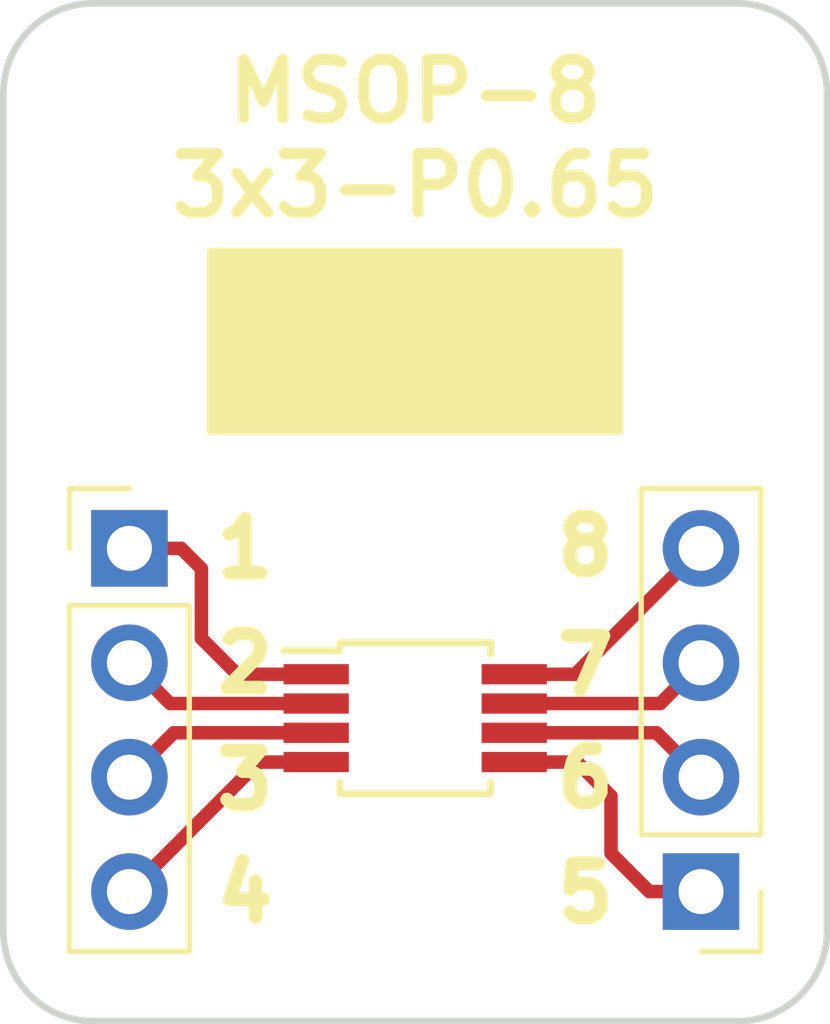
<source format=kicad_pcb>
(kicad_pcb (version 20171130) (host pcbnew 5.0.1-33cea8e~68~ubuntu18.10.1)

  (general
    (thickness 1.6)
    (drawings 18)
    (tracks 24)
    (zones 0)
    (modules 3)
    (nets 9)
  )

  (page A4)
  (title_block
    (title BRK-MSOP-8-3x3-P0.65)
    (rev v1.0)
    (company https://gekkio.fi)
  )

  (layers
    (0 F.Cu signal)
    (31 B.Cu signal)
    (32 B.Adhes user)
    (33 F.Adhes user)
    (34 B.Paste user)
    (35 F.Paste user)
    (36 B.SilkS user)
    (37 F.SilkS user)
    (38 B.Mask user)
    (39 F.Mask user)
    (40 Dwgs.User user)
    (41 Cmts.User user)
    (42 Eco1.User user)
    (43 Eco2.User user)
    (44 Edge.Cuts user)
    (45 Margin user)
    (46 B.CrtYd user)
    (47 F.CrtYd user)
    (48 B.Fab user)
    (49 F.Fab user)
  )

  (setup
    (last_trace_width 0.3)
    (trace_clearance 0.2)
    (zone_clearance 0.508)
    (zone_45_only no)
    (trace_min 0.2)
    (segment_width 0.2)
    (edge_width 0.15)
    (via_size 0.8)
    (via_drill 0.4)
    (via_min_size 0.4)
    (via_min_drill 0.3)
    (uvia_size 0.3)
    (uvia_drill 0.1)
    (uvias_allowed no)
    (uvia_min_size 0.2)
    (uvia_min_drill 0.1)
    (pcb_text_width 0.3)
    (pcb_text_size 1.5 1.5)
    (mod_edge_width 0.15)
    (mod_text_size 1 1)
    (mod_text_width 0.15)
    (pad_size 1.524 1.524)
    (pad_drill 0.762)
    (pad_to_mask_clearance 0)
    (solder_mask_min_width 0.2)
    (aux_axis_origin 0 0)
    (visible_elements FFFFFF7F)
    (pcbplotparams
      (layerselection 0x010fc_ffffffff)
      (usegerberextensions false)
      (usegerberattributes false)
      (usegerberadvancedattributes false)
      (creategerberjobfile true)
      (excludeedgelayer false)
      (linewidth 0.100000)
      (plotframeref false)
      (viasonmask false)
      (mode 1)
      (useauxorigin false)
      (hpglpennumber 1)
      (hpglpenspeed 20)
      (hpglpendiameter 15.000000)
      (psnegative false)
      (psa4output false)
      (plotreference true)
      (plotvalue true)
      (plotinvisibletext false)
      (padsonsilk false)
      (subtractmaskfromsilk false)
      (outputformat 1)
      (mirror false)
      (drillshape 0)
      (scaleselection 1)
      (outputdirectory "gerber/"))
  )

  (net 0 "")
  (net 1 "Net-(J1-Pad1)")
  (net 2 "Net-(J1-Pad2)")
  (net 3 "Net-(J1-Pad3)")
  (net 4 "Net-(J2-Pad1)")
  (net 5 "Net-(J2-Pad2)")
  (net 6 "Net-(J2-Pad3)")
  (net 7 "Net-(J1-Pad4)")
  (net 8 "Net-(J2-Pad4)")

  (net_class Default "This is the default net class."
    (clearance 0.2)
    (trace_width 0.3)
    (via_dia 0.8)
    (via_drill 0.4)
    (uvia_dia 0.3)
    (uvia_drill 0.1)
    (add_net "Net-(J1-Pad1)")
    (add_net "Net-(J1-Pad2)")
    (add_net "Net-(J1-Pad3)")
    (add_net "Net-(J1-Pad4)")
    (add_net "Net-(J2-Pad1)")
    (add_net "Net-(J2-Pad2)")
    (add_net "Net-(J2-Pad3)")
    (add_net "Net-(J2-Pad4)")
  )

  (module Package_SO:MSOP-8_3x3mm_P0.65mm (layer F.Cu) (tedit 5C02E98C) (tstamp 5C03C8AA)
    (at 59.15 63.87)
    (descr "8-Lead Plastic Micro Small Outline Package (MS) [MSOP] (see Microchip Packaging Specification 00000049BS.pdf)")
    (tags "SSOP 0.65")
    (path /5BD4B043)
    (attr smd)
    (fp_text reference U1 (at 0 -2.6) (layer F.SilkS) hide
      (effects (font (size 1 1) (thickness 0.15)))
    )
    (fp_text value MSOP-8-3x3-P0.65 (at 0 2.6) (layer F.Fab) hide
      (effects (font (size 1 1) (thickness 0.15)))
    )
    (fp_line (start -0.5 -1.5) (end 1.5 -1.5) (layer F.Fab) (width 0.15))
    (fp_line (start 1.5 -1.5) (end 1.5 1.5) (layer F.Fab) (width 0.15))
    (fp_line (start 1.5 1.5) (end -1.5 1.5) (layer F.Fab) (width 0.15))
    (fp_line (start -1.5 1.5) (end -1.5 -0.5) (layer F.Fab) (width 0.15))
    (fp_line (start -1.5 -0.5) (end -0.5 -1.5) (layer F.Fab) (width 0.15))
    (fp_line (start -3.2 -1.85) (end -3.2 1.85) (layer F.CrtYd) (width 0.05))
    (fp_line (start 3.2 -1.85) (end 3.2 1.85) (layer F.CrtYd) (width 0.05))
    (fp_line (start -3.2 -1.85) (end 3.2 -1.85) (layer F.CrtYd) (width 0.05))
    (fp_line (start -3.2 1.85) (end 3.2 1.85) (layer F.CrtYd) (width 0.05))
    (fp_line (start -1.675 -1.675) (end -1.675 -1.5) (layer F.SilkS) (width 0.15))
    (fp_line (start 1.675 -1.675) (end 1.675 -1.425) (layer F.SilkS) (width 0.15))
    (fp_line (start 1.675 1.675) (end 1.675 1.425) (layer F.SilkS) (width 0.15))
    (fp_line (start -1.675 1.675) (end -1.675 1.425) (layer F.SilkS) (width 0.15))
    (fp_line (start -1.675 -1.675) (end 1.675 -1.675) (layer F.SilkS) (width 0.15))
    (fp_line (start -1.675 1.675) (end 1.675 1.675) (layer F.SilkS) (width 0.15))
    (fp_line (start -1.675 -1.5) (end -2.925 -1.5) (layer F.SilkS) (width 0.15))
    (fp_text user %R (at 0 0) (layer F.Fab)
      (effects (font (size 0.6 0.6) (thickness 0.15)))
    )
    (pad 1 smd rect (at -2.2 -0.975) (size 1.45 0.45) (layers F.Cu F.Paste F.Mask)
      (net 1 "Net-(J1-Pad1)"))
    (pad 2 smd rect (at -2.2 -0.325) (size 1.45 0.45) (layers F.Cu F.Paste F.Mask)
      (net 2 "Net-(J1-Pad2)"))
    (pad 3 smd rect (at -2.2 0.325) (size 1.45 0.45) (layers F.Cu F.Paste F.Mask)
      (net 3 "Net-(J1-Pad3)"))
    (pad 4 smd rect (at -2.2 0.975) (size 1.45 0.45) (layers F.Cu F.Paste F.Mask)
      (net 7 "Net-(J1-Pad4)"))
    (pad 5 smd rect (at 2.2 0.975) (size 1.45 0.45) (layers F.Cu F.Paste F.Mask)
      (net 4 "Net-(J2-Pad1)"))
    (pad 6 smd rect (at 2.2 0.325) (size 1.45 0.45) (layers F.Cu F.Paste F.Mask)
      (net 5 "Net-(J2-Pad2)"))
    (pad 7 smd rect (at 2.2 -0.325) (size 1.45 0.45) (layers F.Cu F.Paste F.Mask)
      (net 6 "Net-(J2-Pad3)"))
    (pad 8 smd rect (at 2.2 -0.975) (size 1.45 0.45) (layers F.Cu F.Paste F.Mask)
      (net 8 "Net-(J2-Pad4)"))
    (model ${KISYS3DMOD}/Package_SO.3dshapes/MSOP-8_3x3mm_P0.65mm.wrl
      (at (xyz 0 0 0))
      (scale (xyz 1 1 1))
      (rotate (xyz 0 0 0))
    )
  )

  (module Connector_PinHeader_2.54mm:PinHeader_1x04_P2.54mm_Vertical (layer F.Cu) (tedit 5C02E3A7) (tstamp 5C0583C3)
    (at 65.5 67.72 180)
    (descr "Through hole straight pin header, 1x04, 2.54mm pitch, single row")
    (tags "Through hole pin header THT 1x04 2.54mm single row")
    (path /5BD4B172)
    (fp_text reference J2 (at 0 -2.33 180) (layer F.SilkS) hide
      (effects (font (size 1 1) (thickness 0.15)))
    )
    (fp_text value Conn_01x04 (at 0 9.95 180) (layer F.Fab) hide
      (effects (font (size 1 1) (thickness 0.15)))
    )
    (fp_text user %R (at 0 3.81 270) (layer F.Fab)
      (effects (font (size 1 1) (thickness 0.15)))
    )
    (fp_line (start 1.8 -1.8) (end -1.8 -1.8) (layer F.CrtYd) (width 0.05))
    (fp_line (start 1.8 9.4) (end 1.8 -1.8) (layer F.CrtYd) (width 0.05))
    (fp_line (start -1.8 9.4) (end 1.8 9.4) (layer F.CrtYd) (width 0.05))
    (fp_line (start -1.8 -1.8) (end -1.8 9.4) (layer F.CrtYd) (width 0.05))
    (fp_line (start -1.33 -1.33) (end 0 -1.33) (layer F.SilkS) (width 0.12))
    (fp_line (start -1.33 0) (end -1.33 -1.33) (layer F.SilkS) (width 0.12))
    (fp_line (start -1.33 1.27) (end 1.33 1.27) (layer F.SilkS) (width 0.12))
    (fp_line (start 1.33 1.27) (end 1.33 8.95) (layer F.SilkS) (width 0.12))
    (fp_line (start -1.33 1.27) (end -1.33 8.95) (layer F.SilkS) (width 0.12))
    (fp_line (start -1.33 8.95) (end 1.33 8.95) (layer F.SilkS) (width 0.12))
    (fp_line (start -1.27 -0.635) (end -0.635 -1.27) (layer F.Fab) (width 0.1))
    (fp_line (start -1.27 8.89) (end -1.27 -0.635) (layer F.Fab) (width 0.1))
    (fp_line (start 1.27 8.89) (end -1.27 8.89) (layer F.Fab) (width 0.1))
    (fp_line (start 1.27 -1.27) (end 1.27 8.89) (layer F.Fab) (width 0.1))
    (fp_line (start -0.635 -1.27) (end 1.27 -1.27) (layer F.Fab) (width 0.1))
    (pad 4 thru_hole oval (at 0 7.62 180) (size 1.7 1.7) (drill 1) (layers *.Cu *.Mask)
      (net 8 "Net-(J2-Pad4)"))
    (pad 3 thru_hole oval (at 0 5.08 180) (size 1.7 1.7) (drill 1) (layers *.Cu *.Mask)
      (net 6 "Net-(J2-Pad3)"))
    (pad 2 thru_hole oval (at 0 2.54 180) (size 1.7 1.7) (drill 1) (layers *.Cu *.Mask)
      (net 5 "Net-(J2-Pad2)"))
    (pad 1 thru_hole rect (at 0 0 180) (size 1.7 1.7) (drill 1) (layers *.Cu *.Mask)
      (net 4 "Net-(J2-Pad1)"))
    (model ${KISYS3DMOD}/Connector_PinHeader_2.54mm.3dshapes/PinHeader_1x04_P2.54mm_Vertical.wrl
      (at (xyz 0 0 0))
      (scale (xyz 1 1 1))
      (rotate (xyz 0 0 0))
    )
  )

  (module Connector_PinHeader_2.54mm:PinHeader_1x04_P2.54mm_Vertical (layer F.Cu) (tedit 5C02E3A5) (tstamp 5C0583AC)
    (at 52.8 60.1)
    (descr "Through hole straight pin header, 1x04, 2.54mm pitch, single row")
    (tags "Through hole pin header THT 1x04 2.54mm single row")
    (path /5BD4B0A3)
    (fp_text reference J1 (at 0 -2.33) (layer F.SilkS) hide
      (effects (font (size 1 1) (thickness 0.15)))
    )
    (fp_text value Conn_01x04 (at 0 9.95) (layer F.Fab) hide
      (effects (font (size 1 1) (thickness 0.15)))
    )
    (fp_line (start -0.635 -1.27) (end 1.27 -1.27) (layer F.Fab) (width 0.1))
    (fp_line (start 1.27 -1.27) (end 1.27 8.89) (layer F.Fab) (width 0.1))
    (fp_line (start 1.27 8.89) (end -1.27 8.89) (layer F.Fab) (width 0.1))
    (fp_line (start -1.27 8.89) (end -1.27 -0.635) (layer F.Fab) (width 0.1))
    (fp_line (start -1.27 -0.635) (end -0.635 -1.27) (layer F.Fab) (width 0.1))
    (fp_line (start -1.33 8.95) (end 1.33 8.95) (layer F.SilkS) (width 0.12))
    (fp_line (start -1.33 1.27) (end -1.33 8.95) (layer F.SilkS) (width 0.12))
    (fp_line (start 1.33 1.27) (end 1.33 8.95) (layer F.SilkS) (width 0.12))
    (fp_line (start -1.33 1.27) (end 1.33 1.27) (layer F.SilkS) (width 0.12))
    (fp_line (start -1.33 0) (end -1.33 -1.33) (layer F.SilkS) (width 0.12))
    (fp_line (start -1.33 -1.33) (end 0 -1.33) (layer F.SilkS) (width 0.12))
    (fp_line (start -1.8 -1.8) (end -1.8 9.4) (layer F.CrtYd) (width 0.05))
    (fp_line (start -1.8 9.4) (end 1.8 9.4) (layer F.CrtYd) (width 0.05))
    (fp_line (start 1.8 9.4) (end 1.8 -1.8) (layer F.CrtYd) (width 0.05))
    (fp_line (start 1.8 -1.8) (end -1.8 -1.8) (layer F.CrtYd) (width 0.05))
    (fp_text user %R (at 0 3.81 90) (layer F.Fab)
      (effects (font (size 1 1) (thickness 0.15)))
    )
    (pad 1 thru_hole rect (at 0 0) (size 1.7 1.7) (drill 1) (layers *.Cu *.Mask)
      (net 1 "Net-(J1-Pad1)"))
    (pad 2 thru_hole oval (at 0 2.54) (size 1.7 1.7) (drill 1) (layers *.Cu *.Mask)
      (net 2 "Net-(J1-Pad2)"))
    (pad 3 thru_hole oval (at 0 5.08) (size 1.7 1.7) (drill 1) (layers *.Cu *.Mask)
      (net 3 "Net-(J1-Pad3)"))
    (pad 4 thru_hole oval (at 0 7.62) (size 1.7 1.7) (drill 1) (layers *.Cu *.Mask)
      (net 7 "Net-(J1-Pad4)"))
    (model ${KISYS3DMOD}/Connector_PinHeader_2.54mm.3dshapes/PinHeader_1x04_P2.54mm_Vertical.wrl
      (at (xyz 0 0 0))
      (scale (xyz 1 1 1))
      (rotate (xyz 0 0 0))
    )
  )

  (gr_text 4 (at 54.6 67.75) (layer F.SilkS) (tstamp 5C0586B0)
    (effects (font (size 1.2 1.2) (thickness 0.3)) (justify left))
  )
  (gr_text 5 (at 63.7 67.75) (layer F.SilkS) (tstamp 5C0586AC)
    (effects (font (size 1.2 1.2) (thickness 0.3)) (justify right))
  )
  (gr_arc (start 52 68.6) (end 50 68.6) (angle -90) (layer Edge.Cuts) (width 0.15) (tstamp 5BF54D67))
  (gr_arc (start 66.3 68.6) (end 66.3 70.6) (angle -90) (layer Edge.Cuts) (width 0.15) (tstamp 5BF54D5C))
  (gr_arc (start 66.3 50) (end 68.3 50) (angle -90) (layer Edge.Cuts) (width 0.15) (tstamp 5BF54D52))
  (gr_arc (start 52 50) (end 52 48) (angle -90) (layer Edge.Cuts) (width 0.15))
  (gr_text 6 (at 63.7 65.2) (layer F.SilkS) (tstamp 5BD4A473)
    (effects (font (size 1.2 1.2) (thickness 0.3)) (justify right))
  )
  (gr_text 7 (at 63.7 62.7) (layer F.SilkS) (tstamp 5BD4A46F)
    (effects (font (size 1.2 1.2) (thickness 0.3)) (justify right))
  )
  (gr_text 8 (at 63.7 60.05) (layer F.SilkS) (tstamp 5BD4A463)
    (effects (font (size 1.2 1.2) (thickness 0.3)) (justify right))
  )
  (gr_text 3 (at 54.6 65.25) (layer F.SilkS) (tstamp 5BD4A45B)
    (effects (font (size 1.2 1.2) (thickness 0.3)) (justify left))
  )
  (gr_text 2 (at 54.6 62.65) (layer F.SilkS) (tstamp 5BD4A456)
    (effects (font (size 1.2 1.2) (thickness 0.3)) (justify left))
  )
  (gr_text 1 (at 54.6 60.1) (layer F.SilkS)
    (effects (font (size 1.2 1.2) (thickness 0.3)) (justify left))
  )
  (gr_line (start 66.3 70.6) (end 52 70.6) (layer Edge.Cuts) (width 0.15))
  (gr_poly (pts (xy 54.6 53.5) (xy 54.6 57.5) (xy 63.7 57.5) (xy 63.7 53.5)) (layer F.SilkS) (width 0.15))
  (gr_line (start 68.3 50) (end 68.3 68.6) (layer Edge.Cuts) (width 0.15))
  (gr_text "MSOP-8\n3x3-P0.65" (at 59.15 51) (layer F.SilkS)
    (effects (font (size 1.3 1.3) (thickness 0.25)))
  )
  (gr_line (start 52 48) (end 66.3 48) (layer Edge.Cuts) (width 0.15))
  (gr_line (start 50 68.6) (end 50 50) (layer Edge.Cuts) (width 0.15))

  (segment (start 53.95 60.1) (end 54.4 60.55) (width 0.3) (layer F.Cu) (net 1))
  (segment (start 52.8 60.1) (end 53.95 60.1) (width 0.3) (layer F.Cu) (net 1))
  (segment (start 54.4 60.55) (end 54.4 62.1) (width 0.3) (layer F.Cu) (net 1))
  (segment (start 55.195 62.895) (end 56.95 62.895) (width 0.3) (layer F.Cu) (net 1))
  (segment (start 54.4 62.1) (end 55.195 62.895) (width 0.3) (layer F.Cu) (net 1))
  (segment (start 52.84 62.6) (end 52.8 62.64) (width 0.3) (layer F.Cu) (net 2) (status 30))
  (segment (start 53.705 63.545) (end 56.95 63.545) (width 0.3) (layer F.Cu) (net 2))
  (segment (start 52.8 62.64) (end 53.705 63.545) (width 0.3) (layer F.Cu) (net 2))
  (segment (start 53.785 64.195) (end 56.95 64.195) (width 0.3) (layer F.Cu) (net 3))
  (segment (start 52.8 65.18) (end 53.785 64.195) (width 0.3) (layer F.Cu) (net 3))
  (segment (start 62.745 64.845) (end 61.35 64.845) (width 0.3) (layer F.Cu) (net 4))
  (segment (start 63.5 65.6) (end 62.745 64.845) (width 0.3) (layer F.Cu) (net 4))
  (segment (start 63.5 66.87) (end 63.5 65.6) (width 0.3) (layer F.Cu) (net 4))
  (segment (start 65.5 67.72) (end 64.35 67.72) (width 0.3) (layer F.Cu) (net 4))
  (segment (start 64.35 67.72) (end 63.5 66.87) (width 0.3) (layer F.Cu) (net 4))
  (segment (start 65.5 65.18) (end 64.515 64.195) (width 0.3) (layer F.Cu) (net 5))
  (segment (start 64.515 64.195) (end 61.56141 64.195) (width 0.3) (layer F.Cu) (net 5))
  (segment (start 65.46 62.6) (end 65.5 62.64) (width 0.3) (layer F.Cu) (net 6) (status 30))
  (segment (start 64.595 63.545) (end 61.35 63.545) (width 0.3) (layer F.Cu) (net 6))
  (segment (start 65.5 62.64) (end 64.595 63.545) (width 0.3) (layer F.Cu) (net 6))
  (segment (start 55.675 64.845) (end 56.95 64.845) (width 0.3) (layer F.Cu) (net 7))
  (segment (start 52.8 67.72) (end 55.675 64.845) (width 0.3) (layer F.Cu) (net 7))
  (segment (start 62.705 62.895) (end 61.35 62.895) (width 0.3) (layer F.Cu) (net 8))
  (segment (start 65.5 60.1) (end 62.705 62.895) (width 0.3) (layer F.Cu) (net 8))

)

</source>
